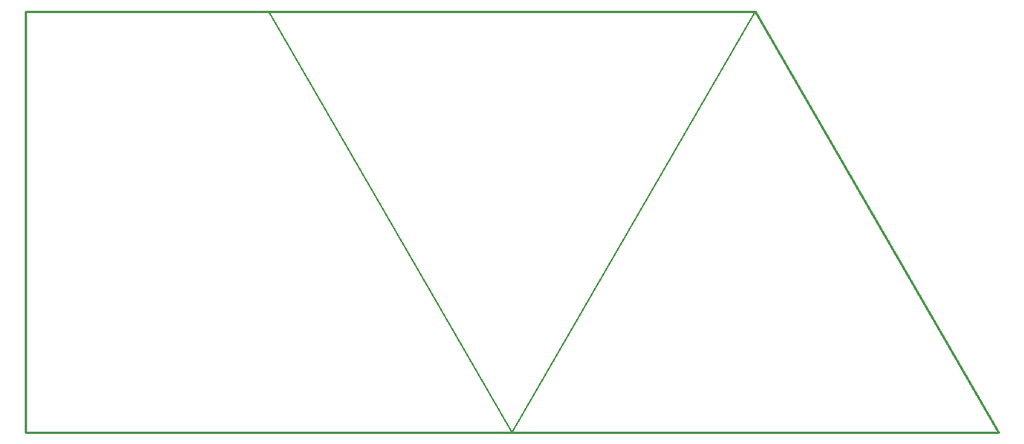
<source format=gbr>
%FSLAX34Y34*%
G04 Gerber Fmt 3.4, Leading zero omitted, Abs format*
G04 (created by PCBNEW (2014-03-19 BZR 4756)-product) date Mon 16 Jun 2014 02:55:52 PM CDT*
%MOIN*%
G01*
G70*
G90*
G04 APERTURE LIST*
%ADD10C,0.006000*%
%ADD11C,0.010000*%
%ADD12C,0.005000*%
G04 APERTURE END LIST*
G54D10*
G54D11*
X47000Y-36800D02*
X47000Y-55000D01*
X57500Y-36800D02*
X47000Y-36800D01*
X47000Y-55000D02*
X68000Y-55000D01*
X89000Y-55000D02*
X78500Y-36800D01*
X68000Y-55000D02*
X89000Y-55000D01*
G54D12*
X68000Y-55000D02*
X57500Y-36800D01*
X78500Y-36800D02*
X68000Y-55000D01*
G54D11*
X78500Y-36800D02*
X57500Y-36800D01*
M02*

</source>
